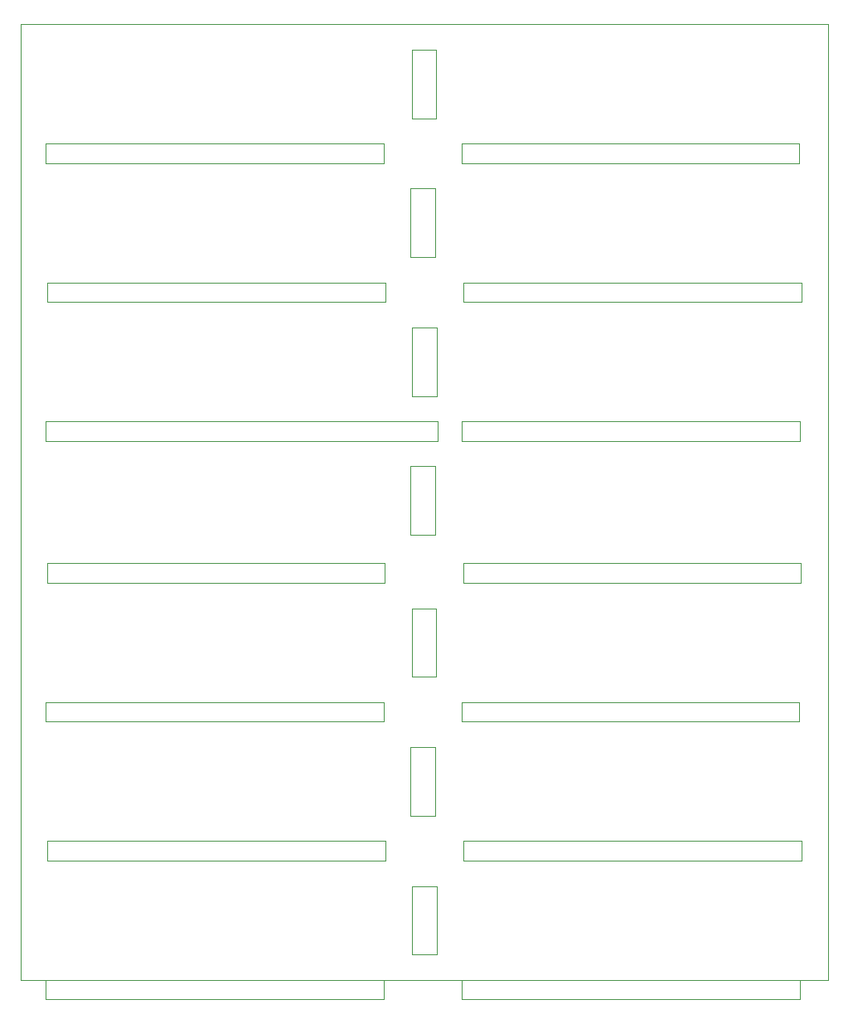
<source format=gbr>
%TF.GenerationSoftware,KiCad,Pcbnew,8.0.7*%
%TF.CreationDate,2024-12-08T11:51:21+01:00*%
%TF.ProjectId,attiny_usb_pannel Pcb Kicad,61747469-6e79-45f7-9573-625f70616e6e,rev?*%
%TF.SameCoordinates,Original*%
%TF.FileFunction,Profile,NP*%
%FSLAX46Y46*%
G04 Gerber Fmt 4.6, Leading zero omitted, Abs format (unit mm)*
G04 Created by KiCad (PCBNEW 8.0.7) date 2024-12-08 11:51:21*
%MOMM*%
%LPD*%
G01*
G04 APERTURE LIST*
%TA.AperFunction,Profile*%
%ADD10C,0.050000*%
%TD*%
G04 APERTURE END LIST*
D10*
X160523000Y-109272000D02*
X163023000Y-109272000D01*
X163023000Y-116272000D01*
X160523000Y-116272000D01*
X160523000Y-109272000D01*
X165773000Y-161695000D02*
X200273000Y-161695000D01*
X200273000Y-163695000D01*
X165773000Y-163695000D01*
X165773000Y-161695000D01*
X123273000Y-161695000D02*
X157773000Y-161695000D01*
X157773000Y-163695000D01*
X123273000Y-163695000D01*
X123273000Y-161695000D01*
X123250000Y-133323000D02*
X157750000Y-133323000D01*
X157750000Y-135323000D01*
X123250000Y-135323000D01*
X123250000Y-133323000D01*
X123428000Y-147526000D02*
X157928000Y-147526000D01*
X157928000Y-149526000D01*
X123428000Y-149526000D01*
X123428000Y-147526000D01*
X123405000Y-119154000D02*
X157905000Y-119154000D01*
X157905000Y-121154000D01*
X123405000Y-121154000D01*
X123405000Y-119154000D01*
X165750000Y-133323000D02*
X200250000Y-133323000D01*
X200250000Y-135323000D01*
X165750000Y-135323000D01*
X165750000Y-133323000D01*
X160655000Y-66731000D02*
X163155000Y-66731000D01*
X163155000Y-73731000D01*
X160655000Y-73731000D01*
X160655000Y-66731000D01*
X160500000Y-80900000D02*
X163000000Y-80900000D01*
X163000000Y-87900000D01*
X160500000Y-87900000D01*
X160500000Y-80900000D01*
X160500000Y-137923000D02*
X163000000Y-137923000D01*
X163000000Y-144923000D01*
X160500000Y-144923000D01*
X160500000Y-137923000D01*
X120678000Y-64131000D02*
X203155000Y-64131000D01*
X203155000Y-161726000D01*
X120678000Y-161726000D01*
X120678000Y-64131000D01*
X160655000Y-123754000D02*
X163155000Y-123754000D01*
X163155000Y-130754000D01*
X160655000Y-130754000D01*
X160655000Y-123754000D01*
X123250000Y-76300000D02*
X157750000Y-76300000D01*
X157750000Y-78300000D01*
X123250000Y-78300000D01*
X123250000Y-76300000D01*
X165905000Y-119154000D02*
X200405000Y-119154000D01*
X200405000Y-121154000D01*
X165905000Y-121154000D01*
X165905000Y-119154000D01*
X160678000Y-95103000D02*
X163178000Y-95103000D01*
X163178000Y-102103000D01*
X160678000Y-102103000D01*
X160678000Y-95103000D01*
X160678000Y-152126000D02*
X163178000Y-152126000D01*
X163178000Y-159126000D01*
X160678000Y-159126000D01*
X160678000Y-152126000D01*
X165773000Y-104672000D02*
X200273000Y-104672000D01*
X200273000Y-106672000D01*
X165773000Y-106672000D01*
X165773000Y-104672000D01*
X165928000Y-90503000D02*
X200428000Y-90503000D01*
X200428000Y-92503000D01*
X165928000Y-92503000D01*
X165928000Y-90503000D01*
X165928000Y-147526000D02*
X200428000Y-147526000D01*
X200428000Y-149526000D01*
X165928000Y-149526000D01*
X165928000Y-147526000D01*
X165750000Y-76300000D02*
X200250000Y-76300000D01*
X200250000Y-78300000D01*
X165750000Y-78300000D01*
X165750000Y-76300000D01*
X123428000Y-90503000D02*
X157928000Y-90503000D01*
X157928000Y-92503000D01*
X123428000Y-92503000D01*
X123428000Y-90503000D01*
X123273000Y-104672000D02*
X163273000Y-104672000D01*
X163273000Y-106672000D01*
X123273000Y-106672000D01*
X123273000Y-104672000D01*
M02*

</source>
